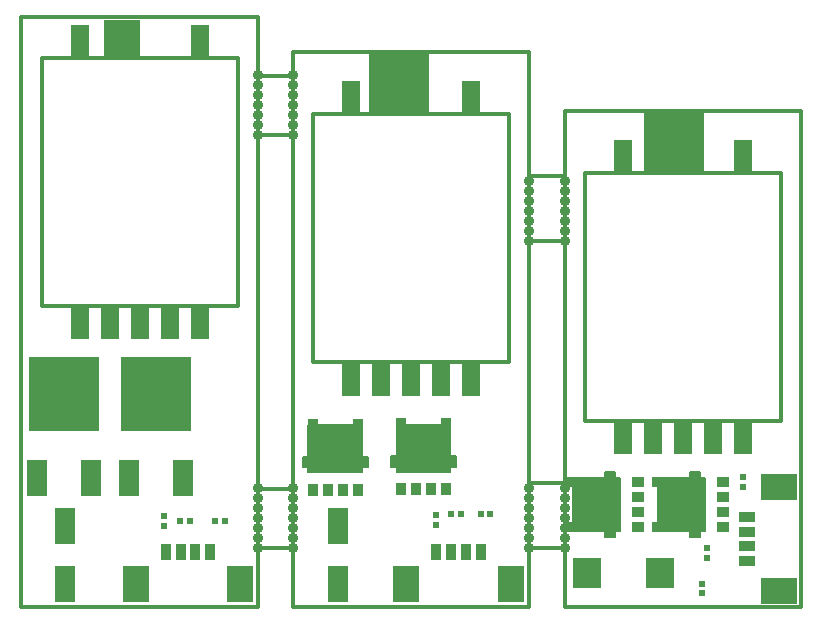
<source format=gbr>
%FSDAX33Y33*%
%MOMM*%
%SFA1.000B1.000*%

%MIA0B0*%
%IPPOS*%
%ADD296C,0.30000*%
%ADD298C,0.90100*%
%ADD337R,0.60001X0.60001*%
%ADD338R,1.70008X3.10013*%
%ADD339R,5.89997X6.30002*%
%ADD340R,0.89998X1.40011*%
%ADD341R,2.20021X3.10013*%
%ADD342R,1.50018X2.85020*%
%ADD343R,0.85020X1.10014*%
%ADD344R,5.10013X5.10013*%
%ADD345R,1.40011X0.89998*%
%ADD346R,3.10013X2.20021*%
%ADD347R,1.10014X0.85020*%
%ADD348R,3.10013X3.10013*%
%ADD349R,2.47021X2.53016*%
%ADD350C,0.50110*%
%ADD351C,0.70110*%
%ADD443C,0.80110*%
%ADD447C,0.15018*%
%LNCK-NE*%
%LPD*%
G54D337*
X030838Y006900D03*
X030838Y007700D03*
X035938Y007310D03*
X035138Y007310D03*
X032988Y007300D03*
X032188Y007300D03*
X053819Y007003D03*
X053819Y007803D03*
X055944Y007898D03*
X055144Y007898D03*
X058441Y007893D03*
X057641Y007893D03*
X076338Y002000D03*
X076338Y001200D03*
X076788Y004200D03*
X076788Y005000D03*
X079833Y011018D03*
X079833Y010218D03*
G54D338*
X032423Y010920D03*
X027853Y010920D03*
X024633Y010920D03*
X020063Y010920D03*
X022438Y006850D03*
X022438Y001950D03*
X045538Y006850D03*
X045538Y001950D03*
G54D339*
X030138Y018100D03*
X022348Y018100D03*
G54D340*
X030963Y004700D03*
X032213Y004700D03*
X033463Y004700D03*
X034713Y004700D03*
X053881Y004703D03*
X055131Y004703D03*
X056381Y004703D03*
X057631Y004703D03*
G54D341*
X037263Y001975D03*
X028413Y001975D03*
X060181Y001978D03*
X051331Y001978D03*
G54D342*
X023678Y024140D03*
X026218Y024140D03*
X028758Y024140D03*
X031298Y024140D03*
X033838Y024140D03*
X033838Y047890D03*
X023678Y047890D03*
X046653Y019375D03*
X049193Y019375D03*
X051733Y019375D03*
X054273Y019375D03*
X056813Y019375D03*
X056813Y043125D03*
X046653Y043125D03*
X069678Y014420D03*
X072218Y014420D03*
X074758Y014420D03*
X077298Y014420D03*
X079838Y014420D03*
X079838Y038170D03*
X069678Y038170D03*
G54D343*
X043399Y009978D03*
X044669Y009978D03*
X045939Y009978D03*
X047209Y009978D03*
X047209Y015473D03*
X043399Y015473D03*
X050863Y010005D03*
X052133Y010005D03*
X053403Y010005D03*
X054673Y010005D03*
X054673Y015500D03*
X050863Y015500D03*
G54D344*
X050738Y044300D03*
X074028Y039300D03*
G54D345*
X080148Y003915D03*
X080148Y005165D03*
X080148Y006415D03*
X080148Y007665D03*
G54D346*
X082873Y010215D03*
X082873Y001365D03*
G54D347*
X070943Y006835D03*
X070943Y008105D03*
X070943Y009375D03*
X070943Y010645D03*
X065448Y010645D03*
X065448Y006835D03*
X078133Y006805D03*
X078133Y008075D03*
X078133Y009345D03*
X078133Y010615D03*
X072638Y010615D03*
X072638Y006805D03*
G54D348*
X027238Y048190D03*
G54D349*
X066598Y002900D03*
X072838Y002900D03*
G54D350*
X041738Y042530D03*
X038738Y042530D03*
X041738Y043380D03*
X038738Y043380D03*
X041738Y041700D03*
X038738Y041700D03*
X041738Y040850D03*
X038738Y040850D03*
X041738Y040000D03*
X038738Y040000D03*
X041738Y044230D03*
X038738Y044230D03*
X041738Y045080D03*
X038738Y045080D03*
X041738Y007530D03*
X038738Y007530D03*
X041738Y008380D03*
X038738Y008380D03*
X041738Y006700D03*
X038738Y006700D03*
X041738Y005850D03*
X038738Y005850D03*
X041738Y005000D03*
X038738Y005000D03*
X041738Y009230D03*
X038738Y009230D03*
X041738Y010080D03*
X038738Y010080D03*
X064738Y007530D03*
X061738Y007530D03*
X064738Y008380D03*
X061738Y008380D03*
X064738Y006700D03*
X061738Y006700D03*
X064738Y005850D03*
X061738Y005850D03*
X064738Y005000D03*
X061738Y005000D03*
X064738Y009230D03*
X061738Y009230D03*
X064738Y010080D03*
X061738Y010080D03*
X064738Y033530D03*
X061738Y033530D03*
X064738Y034380D03*
X061738Y034380D03*
X064738Y032700D03*
X061738Y032700D03*
X064738Y031850D03*
X061738Y031850D03*
X064738Y031000D03*
X061738Y031000D03*
X064738Y035230D03*
X061738Y035230D03*
X064738Y036080D03*
X061738Y036080D03*
G54D351*
X041738Y042530D03*
X038738Y042530D03*
X041738Y043380D03*
X038738Y043380D03*
X041738Y041700D03*
X038738Y041700D03*
X041738Y040850D03*
X038738Y040850D03*
X041738Y040000D03*
X038738Y040000D03*
X041738Y044230D03*
X038738Y044230D03*
X041738Y045080D03*
X038738Y045080D03*
X041738Y007530D03*
X038738Y007530D03*
X041738Y008380D03*
X038738Y008380D03*
X041738Y006700D03*
X038738Y006700D03*
X041738Y005850D03*
X038738Y005850D03*
X041738Y005000D03*
X038738Y005000D03*
X041738Y009230D03*
X038738Y009230D03*
X041738Y010080D03*
X038738Y010080D03*
X064738Y007530D03*
X061738Y007530D03*
X064738Y008380D03*
X061738Y008380D03*
X064738Y006700D03*
X061738Y006700D03*
X064738Y005850D03*
X061738Y005850D03*
X064738Y005000D03*
X061738Y005000D03*
X064738Y009230D03*
X061738Y009230D03*
X064738Y010080D03*
X061738Y010080D03*
X064738Y033530D03*
X061738Y033530D03*
X064738Y034380D03*
X061738Y034380D03*
X064738Y032700D03*
X061738Y032700D03*
X064738Y031850D03*
X061738Y031850D03*
X064738Y031000D03*
X061738Y031000D03*
X064738Y035230D03*
X061738Y035230D03*
X064738Y036080D03*
X061738Y036080D03*
G54D443*
X041738Y042530D03*
X038738Y042530D03*
X041738Y043380D03*
X038738Y043380D03*
X041738Y041700D03*
X038738Y041700D03*
X041738Y040850D03*
X038738Y040850D03*
X041738Y040000D03*
X038738Y040000D03*
X041738Y044230D03*
X038738Y044230D03*
X041738Y045080D03*
X038738Y045080D03*
X041738Y007530D03*
X038738Y007530D03*
X041738Y008380D03*
X038738Y008380D03*
X041738Y006700D03*
X038738Y006700D03*
X041738Y005850D03*
X038738Y005850D03*
X041738Y005000D03*
X038738Y005000D03*
X041738Y009230D03*
X038738Y009230D03*
X041738Y010080D03*
X038738Y010080D03*
X064738Y007530D03*
X061738Y007530D03*
X064738Y008380D03*
X061738Y008380D03*
X064738Y006700D03*
X061738Y006700D03*
X064738Y005850D03*
X061738Y005850D03*
X064738Y005000D03*
X061738Y005000D03*
X064738Y009230D03*
X061738Y009230D03*
X064738Y010080D03*
X061738Y010080D03*
X064738Y033530D03*
X061738Y033530D03*
X064738Y034380D03*
X061738Y034380D03*
X064738Y032700D03*
X061738Y032700D03*
X064738Y031850D03*
X061738Y031850D03*
X064738Y031000D03*
X061738Y031000D03*
X064738Y035230D03*
X061738Y035230D03*
X064738Y036080D03*
X061738Y036080D03*
G54D298*
X041738Y042530D03*
X038738Y042530D03*
X041738Y043380D03*
X038738Y043380D03*
X041738Y041700D03*
X038738Y041700D03*
X041738Y040850D03*
X038738Y040850D03*
X041738Y040000D03*
X038738Y040000D03*
X041738Y044230D03*
X038738Y044230D03*
X041738Y045080D03*
X038738Y045080D03*
X041738Y007530D03*
X038738Y007530D03*
X041738Y008380D03*
X038738Y008380D03*
X041738Y006700D03*
X038738Y006700D03*
X041738Y005850D03*
X038738Y005850D03*
X041738Y005000D03*
X038738Y005000D03*
X041738Y009230D03*
X038738Y009230D03*
X041738Y010080D03*
X038738Y010080D03*
X064738Y007530D03*
X061738Y007530D03*
X064738Y008380D03*
X061738Y008380D03*
X064738Y006700D03*
X061738Y006700D03*
X064738Y005850D03*
X061738Y005850D03*
X064738Y005000D03*
X061738Y005000D03*
X064738Y009230D03*
X061738Y009230D03*
X064738Y010080D03*
X061738Y010080D03*
X064738Y033530D03*
X061738Y033530D03*
X064738Y034380D03*
X061738Y034380D03*
X064738Y032700D03*
X061738Y032700D03*
X064738Y031850D03*
X061738Y031850D03*
X064738Y031000D03*
X061738Y031000D03*
X064738Y035230D03*
X061738Y035230D03*
X064738Y036080D03*
X061738Y036080D03*
G54D447*
X047559Y015448D02*
G01X043049Y015448D01*
X043049Y011468D01*
X047559Y011468D01*
X047559Y015448D01*
X043054Y011468D02*
G01X043054Y015448D01*
X043104Y011468D02*
G01X043104Y015448D01*
X043154Y011468D02*
G01X043154Y015448D01*
X043204Y011468D02*
G01X043204Y015448D01*
X043254Y011468D02*
G01X043254Y015448D01*
X043304Y011468D02*
G01X043304Y015448D01*
X043354Y011468D02*
G01X043354Y015448D01*
X043404Y011468D02*
G01X043404Y015448D01*
X043454Y011468D02*
G01X043454Y015448D01*
X043504Y011468D02*
G01X043504Y015448D01*
X043554Y011468D02*
G01X043554Y015448D01*
X043604Y011468D02*
G01X043604Y015448D01*
X043654Y011468D02*
G01X043654Y015448D01*
X043704Y011468D02*
G01X043704Y015448D01*
X043754Y011468D02*
G01X043754Y015448D01*
X043804Y011468D02*
G01X043804Y015448D01*
X043854Y011468D02*
G01X043854Y015448D01*
X043904Y011468D02*
G01X043904Y015448D01*
X043954Y011468D02*
G01X043954Y015448D01*
X044004Y011468D02*
G01X044004Y015448D01*
X044054Y011468D02*
G01X044054Y015448D01*
X044104Y011468D02*
G01X044104Y015448D01*
X044154Y011468D02*
G01X044154Y015448D01*
X044204Y011468D02*
G01X044204Y015448D01*
X044254Y011468D02*
G01X044254Y015448D01*
X044304Y011468D02*
G01X044304Y015448D01*
X044354Y011468D02*
G01X044354Y015448D01*
X044404Y011468D02*
G01X044404Y015448D01*
X044454Y011468D02*
G01X044454Y015448D01*
X044504Y011468D02*
G01X044504Y015448D01*
X044554Y011468D02*
G01X044554Y015448D01*
X044604Y011468D02*
G01X044604Y015448D01*
X044654Y011468D02*
G01X044654Y015448D01*
X044704Y011468D02*
G01X044704Y015448D01*
X044754Y011468D02*
G01X044754Y015448D01*
X044804Y011468D02*
G01X044804Y015448D01*
X044854Y011468D02*
G01X044854Y015448D01*
X044904Y011468D02*
G01X044904Y015448D01*
X044954Y011468D02*
G01X044954Y015448D01*
X045004Y011468D02*
G01X045004Y015448D01*
X045054Y011468D02*
G01X045054Y015448D01*
X045104Y011468D02*
G01X045104Y015448D01*
X045154Y011468D02*
G01X045154Y015448D01*
X045204Y011468D02*
G01X045204Y015448D01*
X045254Y011468D02*
G01X045254Y015448D01*
X045304Y011468D02*
G01X045304Y015448D01*
X045354Y011468D02*
G01X045354Y015448D01*
X045404Y011468D02*
G01X045404Y015448D01*
X045454Y011468D02*
G01X045454Y015448D01*
X045504Y011468D02*
G01X045504Y015448D01*
X045554Y011468D02*
G01X045554Y015448D01*
X045604Y011468D02*
G01X045604Y015448D01*
X045654Y011468D02*
G01X045654Y015448D01*
X045704Y011468D02*
G01X045704Y015448D01*
X045754Y011468D02*
G01X045754Y015448D01*
X045804Y011468D02*
G01X045804Y015448D01*
X045854Y011468D02*
G01X045854Y015448D01*
X045904Y011468D02*
G01X045904Y015448D01*
X045954Y011468D02*
G01X045954Y015448D01*
X046004Y011468D02*
G01X046004Y015448D01*
X046054Y011468D02*
G01X046054Y015448D01*
X046104Y011468D02*
G01X046104Y015448D01*
X046154Y011468D02*
G01X046154Y015448D01*
X046204Y011468D02*
G01X046204Y015448D01*
X046254Y011468D02*
G01X046254Y015448D01*
X046304Y011468D02*
G01X046304Y015448D01*
X046354Y011468D02*
G01X046354Y015448D01*
X046404Y011468D02*
G01X046404Y015448D01*
X046454Y011468D02*
G01X046454Y015448D01*
X046504Y011468D02*
G01X046504Y015448D01*
X046554Y011468D02*
G01X046554Y015448D01*
X046604Y011468D02*
G01X046604Y015448D01*
X046654Y011468D02*
G01X046654Y015448D01*
X046704Y011468D02*
G01X046704Y015448D01*
X046754Y011468D02*
G01X046754Y015448D01*
X046804Y011468D02*
G01X046804Y015448D01*
X046854Y011468D02*
G01X046854Y015448D01*
X046904Y011468D02*
G01X046904Y015448D01*
X046954Y011468D02*
G01X046954Y015448D01*
X047004Y011468D02*
G01X047004Y015448D01*
X047054Y011468D02*
G01X047054Y015448D01*
X047104Y011468D02*
G01X047104Y015448D01*
X047154Y011468D02*
G01X047154Y015448D01*
X047204Y011468D02*
G01X047204Y015448D01*
X047254Y011468D02*
G01X047254Y015448D01*
X047304Y011468D02*
G01X047304Y015448D01*
X047354Y011468D02*
G01X047354Y015448D01*
X047404Y011468D02*
G01X047404Y015448D01*
X047454Y011468D02*
G01X047454Y015448D01*
X047504Y011468D02*
G01X047504Y015448D01*
X047554Y011468D02*
G01X047554Y015448D01*
X048054Y012748D02*
G01X042554Y012748D01*
X042554Y011893D01*
X048054Y011893D01*
X048054Y012748D01*
X042554Y011893D02*
G01X042554Y012748D01*
X042604Y011893D02*
G01X042604Y012748D01*
X042654Y011893D02*
G01X042654Y012748D01*
X042704Y011893D02*
G01X042704Y012748D01*
X042754Y011893D02*
G01X042754Y012748D01*
X042804Y011893D02*
G01X042804Y012748D01*
X042854Y011893D02*
G01X042854Y012748D01*
X042904Y011893D02*
G01X042904Y012748D01*
X042954Y011893D02*
G01X042954Y012748D01*
X043004Y011893D02*
G01X043004Y012748D01*
X043054Y011893D02*
G01X043054Y012748D01*
X043104Y011893D02*
G01X043104Y012748D01*
X043154Y011893D02*
G01X043154Y012748D01*
X043204Y011893D02*
G01X043204Y012748D01*
X043254Y011893D02*
G01X043254Y012748D01*
X043304Y011893D02*
G01X043304Y012748D01*
X043354Y011893D02*
G01X043354Y012748D01*
X043404Y011893D02*
G01X043404Y012748D01*
X043454Y011893D02*
G01X043454Y012748D01*
X043504Y011893D02*
G01X043504Y012748D01*
X043554Y011893D02*
G01X043554Y012748D01*
X043604Y011893D02*
G01X043604Y012748D01*
X043654Y011893D02*
G01X043654Y012748D01*
X043704Y011893D02*
G01X043704Y012748D01*
X043754Y011893D02*
G01X043754Y012748D01*
X043804Y011893D02*
G01X043804Y012748D01*
X043854Y011893D02*
G01X043854Y012748D01*
X043904Y011893D02*
G01X043904Y012748D01*
X043954Y011893D02*
G01X043954Y012748D01*
X044004Y011893D02*
G01X044004Y012748D01*
X044054Y011893D02*
G01X044054Y012748D01*
X044104Y011893D02*
G01X044104Y012748D01*
X044154Y011893D02*
G01X044154Y012748D01*
X044204Y011893D02*
G01X044204Y012748D01*
X044254Y011893D02*
G01X044254Y012748D01*
X044304Y011893D02*
G01X044304Y012748D01*
X044354Y011893D02*
G01X044354Y012748D01*
X044404Y011893D02*
G01X044404Y012748D01*
X044454Y011893D02*
G01X044454Y012748D01*
X044504Y011893D02*
G01X044504Y012748D01*
X044554Y011893D02*
G01X044554Y012748D01*
X044604Y011893D02*
G01X044604Y012748D01*
X044654Y011893D02*
G01X044654Y012748D01*
X044704Y011893D02*
G01X044704Y012748D01*
X044754Y011893D02*
G01X044754Y012748D01*
X044804Y011893D02*
G01X044804Y012748D01*
X044854Y011893D02*
G01X044854Y012748D01*
X044904Y011893D02*
G01X044904Y012748D01*
X044954Y011893D02*
G01X044954Y012748D01*
X045004Y011893D02*
G01X045004Y012748D01*
X045054Y011893D02*
G01X045054Y012748D01*
X045104Y011893D02*
G01X045104Y012748D01*
X045154Y011893D02*
G01X045154Y012748D01*
X045204Y011893D02*
G01X045204Y012748D01*
X045254Y011893D02*
G01X045254Y012748D01*
X045304Y011893D02*
G01X045304Y012748D01*
X045354Y011893D02*
G01X045354Y012748D01*
X045404Y011893D02*
G01X045404Y012748D01*
X045454Y011893D02*
G01X045454Y012748D01*
X045504Y011893D02*
G01X045504Y012748D01*
X045554Y011893D02*
G01X045554Y012748D01*
X045604Y011893D02*
G01X045604Y012748D01*
X045654Y011893D02*
G01X045654Y012748D01*
X045704Y011893D02*
G01X045704Y012748D01*
X045754Y011893D02*
G01X045754Y012748D01*
X045804Y011893D02*
G01X045804Y012748D01*
X045854Y011893D02*
G01X045854Y012748D01*
X045904Y011893D02*
G01X045904Y012748D01*
X045954Y011893D02*
G01X045954Y012748D01*
X046004Y011893D02*
G01X046004Y012748D01*
X046054Y011893D02*
G01X046054Y012748D01*
X046104Y011893D02*
G01X046104Y012748D01*
X046154Y011893D02*
G01X046154Y012748D01*
X046204Y011893D02*
G01X046204Y012748D01*
X046254Y011893D02*
G01X046254Y012748D01*
X046304Y011893D02*
G01X046304Y012748D01*
X046354Y011893D02*
G01X046354Y012748D01*
X046404Y011893D02*
G01X046404Y012748D01*
X046454Y011893D02*
G01X046454Y012748D01*
X046504Y011893D02*
G01X046504Y012748D01*
X046554Y011893D02*
G01X046554Y012748D01*
X046604Y011893D02*
G01X046604Y012748D01*
X046654Y011893D02*
G01X046654Y012748D01*
X046704Y011893D02*
G01X046704Y012748D01*
X046754Y011893D02*
G01X046754Y012748D01*
X046804Y011893D02*
G01X046804Y012748D01*
X046854Y011893D02*
G01X046854Y012748D01*
X046904Y011893D02*
G01X046904Y012748D01*
X046954Y011893D02*
G01X046954Y012748D01*
X047004Y011893D02*
G01X047004Y012748D01*
X047054Y011893D02*
G01X047054Y012748D01*
X047104Y011893D02*
G01X047104Y012748D01*
X047154Y011893D02*
G01X047154Y012748D01*
X047204Y011893D02*
G01X047204Y012748D01*
X047254Y011893D02*
G01X047254Y012748D01*
X047304Y011893D02*
G01X047304Y012748D01*
X047354Y011893D02*
G01X047354Y012748D01*
X047404Y011893D02*
G01X047404Y012748D01*
X047454Y011893D02*
G01X047454Y012748D01*
X047504Y011893D02*
G01X047504Y012748D01*
X047554Y011893D02*
G01X047554Y012748D01*
X047604Y011893D02*
G01X047604Y012748D01*
X047654Y011893D02*
G01X047654Y012748D01*
X047704Y011893D02*
G01X047704Y012748D01*
X047754Y011893D02*
G01X047754Y012748D01*
X047804Y011893D02*
G01X047804Y012748D01*
X047854Y011893D02*
G01X047854Y012748D01*
X047904Y011893D02*
G01X047904Y012748D01*
X047954Y011893D02*
G01X047954Y012748D01*
X048004Y011893D02*
G01X048004Y012748D01*
X055023Y015475D02*
G01X050513Y015475D01*
X050513Y011495D01*
X055023Y011495D01*
X055023Y015475D01*
X050518Y011495D02*
G01X050518Y015475D01*
X050568Y011495D02*
G01X050568Y015475D01*
X050618Y011495D02*
G01X050618Y015475D01*
X050668Y011495D02*
G01X050668Y015475D01*
X050718Y011495D02*
G01X050718Y015475D01*
X050768Y011495D02*
G01X050768Y015475D01*
X050818Y011495D02*
G01X050818Y015475D01*
X050868Y011495D02*
G01X050868Y015475D01*
X050918Y011495D02*
G01X050918Y015475D01*
X050968Y011495D02*
G01X050968Y015475D01*
X051018Y011495D02*
G01X051018Y015475D01*
X051068Y011495D02*
G01X051068Y015475D01*
X051118Y011495D02*
G01X051118Y015475D01*
X051168Y011495D02*
G01X051168Y015475D01*
X051218Y011495D02*
G01X051218Y015475D01*
X051268Y011495D02*
G01X051268Y015475D01*
X051318Y011495D02*
G01X051318Y015475D01*
X051368Y011495D02*
G01X051368Y015475D01*
X051418Y011495D02*
G01X051418Y015475D01*
X051468Y011495D02*
G01X051468Y015475D01*
X051518Y011495D02*
G01X051518Y015475D01*
X051568Y011495D02*
G01X051568Y015475D01*
X051618Y011495D02*
G01X051618Y015475D01*
X051668Y011495D02*
G01X051668Y015475D01*
X051718Y011495D02*
G01X051718Y015475D01*
X051768Y011495D02*
G01X051768Y015475D01*
X051818Y011495D02*
G01X051818Y015475D01*
X051868Y011495D02*
G01X051868Y015475D01*
X051918Y011495D02*
G01X051918Y015475D01*
X051968Y011495D02*
G01X051968Y015475D01*
X052018Y011495D02*
G01X052018Y015475D01*
X052068Y011495D02*
G01X052068Y015475D01*
X052118Y011495D02*
G01X052118Y015475D01*
X052168Y011495D02*
G01X052168Y015475D01*
X052218Y011495D02*
G01X052218Y015475D01*
X052268Y011495D02*
G01X052268Y015475D01*
X052318Y011495D02*
G01X052318Y015475D01*
X052368Y011495D02*
G01X052368Y015475D01*
X052418Y011495D02*
G01X052418Y015475D01*
X052468Y011495D02*
G01X052468Y015475D01*
X052518Y011495D02*
G01X052518Y015475D01*
X052568Y011495D02*
G01X052568Y015475D01*
X052618Y011495D02*
G01X052618Y015475D01*
X052668Y011495D02*
G01X052668Y015475D01*
X052718Y011495D02*
G01X052718Y015475D01*
X052768Y011495D02*
G01X052768Y015475D01*
X052818Y011495D02*
G01X052818Y015475D01*
X052868Y011495D02*
G01X052868Y015475D01*
X052918Y011495D02*
G01X052918Y015475D01*
X052968Y011495D02*
G01X052968Y015475D01*
X053018Y011495D02*
G01X053018Y015475D01*
X053068Y011495D02*
G01X053068Y015475D01*
X053118Y011495D02*
G01X053118Y015475D01*
X053168Y011495D02*
G01X053168Y015475D01*
X053218Y011495D02*
G01X053218Y015475D01*
X053268Y011495D02*
G01X053268Y015475D01*
X053318Y011495D02*
G01X053318Y015475D01*
X053368Y011495D02*
G01X053368Y015475D01*
X053418Y011495D02*
G01X053418Y015475D01*
X053468Y011495D02*
G01X053468Y015475D01*
X053518Y011495D02*
G01X053518Y015475D01*
X053568Y011495D02*
G01X053568Y015475D01*
X053618Y011495D02*
G01X053618Y015475D01*
X053668Y011495D02*
G01X053668Y015475D01*
X053718Y011495D02*
G01X053718Y015475D01*
X053768Y011495D02*
G01X053768Y015475D01*
X053818Y011495D02*
G01X053818Y015475D01*
X053868Y011495D02*
G01X053868Y015475D01*
X053918Y011495D02*
G01X053918Y015475D01*
X053968Y011495D02*
G01X053968Y015475D01*
X054018Y011495D02*
G01X054018Y015475D01*
X054068Y011495D02*
G01X054068Y015475D01*
X054118Y011495D02*
G01X054118Y015475D01*
X054168Y011495D02*
G01X054168Y015475D01*
X054218Y011495D02*
G01X054218Y015475D01*
X054268Y011495D02*
G01X054268Y015475D01*
X054318Y011495D02*
G01X054318Y015475D01*
X054368Y011495D02*
G01X054368Y015475D01*
X054418Y011495D02*
G01X054418Y015475D01*
X054468Y011495D02*
G01X054468Y015475D01*
X054518Y011495D02*
G01X054518Y015475D01*
X054568Y011495D02*
G01X054568Y015475D01*
X054618Y011495D02*
G01X054618Y015475D01*
X054668Y011495D02*
G01X054668Y015475D01*
X054718Y011495D02*
G01X054718Y015475D01*
X054768Y011495D02*
G01X054768Y015475D01*
X054818Y011495D02*
G01X054818Y015475D01*
X054868Y011495D02*
G01X054868Y015475D01*
X054918Y011495D02*
G01X054918Y015475D01*
X054968Y011495D02*
G01X054968Y015475D01*
X055018Y011495D02*
G01X055018Y015475D01*
X055518Y012775D02*
G01X050018Y012775D01*
X050018Y011920D01*
X055518Y011920D01*
X055518Y012775D01*
X050018Y011920D02*
G01X050018Y012775D01*
X050068Y011920D02*
G01X050068Y012775D01*
X050118Y011920D02*
G01X050118Y012775D01*
X050168Y011920D02*
G01X050168Y012775D01*
X050218Y011920D02*
G01X050218Y012775D01*
X050268Y011920D02*
G01X050268Y012775D01*
X050318Y011920D02*
G01X050318Y012775D01*
X050368Y011920D02*
G01X050368Y012775D01*
X050418Y011920D02*
G01X050418Y012775D01*
X050468Y011920D02*
G01X050468Y012775D01*
X050518Y011920D02*
G01X050518Y012775D01*
X050568Y011920D02*
G01X050568Y012775D01*
X050618Y011920D02*
G01X050618Y012775D01*
X050668Y011920D02*
G01X050668Y012775D01*
X050718Y011920D02*
G01X050718Y012775D01*
X050768Y011920D02*
G01X050768Y012775D01*
X050818Y011920D02*
G01X050818Y012775D01*
X050868Y011920D02*
G01X050868Y012775D01*
X050918Y011920D02*
G01X050918Y012775D01*
X050968Y011920D02*
G01X050968Y012775D01*
X051018Y011920D02*
G01X051018Y012775D01*
X051068Y011920D02*
G01X051068Y012775D01*
X051118Y011920D02*
G01X051118Y012775D01*
X051168Y011920D02*
G01X051168Y012775D01*
X051218Y011920D02*
G01X051218Y012775D01*
X051268Y011920D02*
G01X051268Y012775D01*
X051318Y011920D02*
G01X051318Y012775D01*
X051368Y011920D02*
G01X051368Y012775D01*
X051418Y011920D02*
G01X051418Y012775D01*
X051468Y011920D02*
G01X051468Y012775D01*
X051518Y011920D02*
G01X051518Y012775D01*
X051568Y011920D02*
G01X051568Y012775D01*
X051618Y011920D02*
G01X051618Y012775D01*
X051668Y011920D02*
G01X051668Y012775D01*
X051718Y011920D02*
G01X051718Y012775D01*
X051768Y011920D02*
G01X051768Y012775D01*
X051818Y011920D02*
G01X051818Y012775D01*
X051868Y011920D02*
G01X051868Y012775D01*
X051918Y011920D02*
G01X051918Y012775D01*
X051968Y011920D02*
G01X051968Y012775D01*
X052018Y011920D02*
G01X052018Y012775D01*
X052068Y011920D02*
G01X052068Y012775D01*
X052118Y011920D02*
G01X052118Y012775D01*
X052168Y011920D02*
G01X052168Y012775D01*
X052218Y011920D02*
G01X052218Y012775D01*
X052268Y011920D02*
G01X052268Y012775D01*
X052318Y011920D02*
G01X052318Y012775D01*
X052368Y011920D02*
G01X052368Y012775D01*
X052418Y011920D02*
G01X052418Y012775D01*
X052468Y011920D02*
G01X052468Y012775D01*
X052518Y011920D02*
G01X052518Y012775D01*
X052568Y011920D02*
G01X052568Y012775D01*
X052618Y011920D02*
G01X052618Y012775D01*
X052668Y011920D02*
G01X052668Y012775D01*
X052718Y011920D02*
G01X052718Y012775D01*
X052768Y011920D02*
G01X052768Y012775D01*
X052818Y011920D02*
G01X052818Y012775D01*
X052868Y011920D02*
G01X052868Y012775D01*
X052918Y011920D02*
G01X052918Y012775D01*
X052968Y011920D02*
G01X052968Y012775D01*
X053018Y011920D02*
G01X053018Y012775D01*
X053068Y011920D02*
G01X053068Y012775D01*
X053118Y011920D02*
G01X053118Y012775D01*
X053168Y011920D02*
G01X053168Y012775D01*
X053218Y011920D02*
G01X053218Y012775D01*
X053268Y011920D02*
G01X053268Y012775D01*
X053318Y011920D02*
G01X053318Y012775D01*
X053368Y011920D02*
G01X053368Y012775D01*
X053418Y011920D02*
G01X053418Y012775D01*
X053468Y011920D02*
G01X053468Y012775D01*
X053518Y011920D02*
G01X053518Y012775D01*
X053568Y011920D02*
G01X053568Y012775D01*
X053618Y011920D02*
G01X053618Y012775D01*
X053668Y011920D02*
G01X053668Y012775D01*
X053718Y011920D02*
G01X053718Y012775D01*
X053768Y011920D02*
G01X053768Y012775D01*
X053818Y011920D02*
G01X053818Y012775D01*
X053868Y011920D02*
G01X053868Y012775D01*
X053918Y011920D02*
G01X053918Y012775D01*
X053968Y011920D02*
G01X053968Y012775D01*
X054018Y011920D02*
G01X054018Y012775D01*
X054068Y011920D02*
G01X054068Y012775D01*
X054118Y011920D02*
G01X054118Y012775D01*
X054168Y011920D02*
G01X054168Y012775D01*
X054218Y011920D02*
G01X054218Y012775D01*
X054268Y011920D02*
G01X054268Y012775D01*
X054318Y011920D02*
G01X054318Y012775D01*
X054368Y011920D02*
G01X054368Y012775D01*
X054418Y011920D02*
G01X054418Y012775D01*
X054468Y011920D02*
G01X054468Y012775D01*
X054518Y011920D02*
G01X054518Y012775D01*
X054568Y011920D02*
G01X054568Y012775D01*
X054618Y011920D02*
G01X054618Y012775D01*
X054668Y011920D02*
G01X054668Y012775D01*
X054718Y011920D02*
G01X054718Y012775D01*
X054768Y011920D02*
G01X054768Y012775D01*
X054818Y011920D02*
G01X054818Y012775D01*
X054868Y011920D02*
G01X054868Y012775D01*
X054918Y011920D02*
G01X054918Y012775D01*
X054968Y011920D02*
G01X054968Y012775D01*
X055018Y011920D02*
G01X055018Y012775D01*
X055068Y011920D02*
G01X055068Y012775D01*
X055118Y011920D02*
G01X055118Y012775D01*
X055168Y011920D02*
G01X055168Y012775D01*
X055218Y011920D02*
G01X055218Y012775D01*
X055268Y011920D02*
G01X055268Y012775D01*
X055318Y011920D02*
G01X055318Y012775D01*
X055368Y011920D02*
G01X055368Y012775D01*
X055418Y011920D02*
G01X055418Y012775D01*
X055468Y011920D02*
G01X055468Y012775D01*
X065473Y010995D02*
G01X065473Y006485D01*
X069453Y006485D01*
X069453Y010995D01*
X065473Y010995D01*
X065498Y006485D02*
G01X065498Y010995D01*
X065548Y006485D02*
G01X065548Y010995D01*
X065598Y006485D02*
G01X065598Y010995D01*
X065648Y006485D02*
G01X065648Y010995D01*
X065698Y006485D02*
G01X065698Y010995D01*
X065748Y006485D02*
G01X065748Y010995D01*
X065798Y006485D02*
G01X065798Y010995D01*
X065848Y006485D02*
G01X065848Y010995D01*
X065898Y006485D02*
G01X065898Y010995D01*
X065948Y006485D02*
G01X065948Y010995D01*
X065998Y006485D02*
G01X065998Y010995D01*
X066048Y006485D02*
G01X066048Y010995D01*
X066098Y006485D02*
G01X066098Y010995D01*
X066148Y006485D02*
G01X066148Y010995D01*
X066198Y006485D02*
G01X066198Y010995D01*
X066248Y006485D02*
G01X066248Y010995D01*
X066298Y006485D02*
G01X066298Y010995D01*
X066348Y006485D02*
G01X066348Y010995D01*
X066398Y006485D02*
G01X066398Y010995D01*
X066448Y006485D02*
G01X066448Y010995D01*
X066498Y006485D02*
G01X066498Y010995D01*
X066548Y006485D02*
G01X066548Y010995D01*
X066598Y006485D02*
G01X066598Y010995D01*
X066648Y006485D02*
G01X066648Y010995D01*
X066698Y006485D02*
G01X066698Y010995D01*
X066748Y006485D02*
G01X066748Y010995D01*
X066798Y006485D02*
G01X066798Y010995D01*
X066848Y006485D02*
G01X066848Y010995D01*
X066898Y006485D02*
G01X066898Y010995D01*
X066948Y006485D02*
G01X066948Y010995D01*
X066998Y006485D02*
G01X066998Y010995D01*
X067048Y006485D02*
G01X067048Y010995D01*
X067098Y006485D02*
G01X067098Y010995D01*
X067148Y006485D02*
G01X067148Y010995D01*
X067198Y006485D02*
G01X067198Y010995D01*
X067248Y006485D02*
G01X067248Y010995D01*
X067298Y006485D02*
G01X067298Y010995D01*
X067348Y006485D02*
G01X067348Y010995D01*
X067398Y006485D02*
G01X067398Y010995D01*
X067448Y006485D02*
G01X067448Y010995D01*
X067498Y006485D02*
G01X067498Y010995D01*
X067548Y006485D02*
G01X067548Y010995D01*
X067598Y006485D02*
G01X067598Y010995D01*
X067648Y006485D02*
G01X067648Y010995D01*
X067698Y006485D02*
G01X067698Y010995D01*
X067748Y006485D02*
G01X067748Y010995D01*
X067798Y006485D02*
G01X067798Y010995D01*
X067848Y006485D02*
G01X067848Y010995D01*
X067898Y006485D02*
G01X067898Y010995D01*
X067948Y006485D02*
G01X067948Y010995D01*
X067998Y006485D02*
G01X067998Y010995D01*
X068048Y006485D02*
G01X068048Y010995D01*
X068098Y006485D02*
G01X068098Y010995D01*
X068148Y006485D02*
G01X068148Y010995D01*
X068198Y006485D02*
G01X068198Y010995D01*
X068248Y006485D02*
G01X068248Y010995D01*
X068298Y006485D02*
G01X068298Y010995D01*
X068348Y006485D02*
G01X068348Y010995D01*
X068398Y006485D02*
G01X068398Y010995D01*
X068448Y006485D02*
G01X068448Y010995D01*
X068498Y006485D02*
G01X068498Y010995D01*
X068548Y006485D02*
G01X068548Y010995D01*
X068598Y006485D02*
G01X068598Y010995D01*
X068648Y006485D02*
G01X068648Y010995D01*
X068698Y006485D02*
G01X068698Y010995D01*
X068748Y006485D02*
G01X068748Y010995D01*
X068798Y006485D02*
G01X068798Y010995D01*
X068848Y006485D02*
G01X068848Y010995D01*
X068898Y006485D02*
G01X068898Y010995D01*
X068948Y006485D02*
G01X068948Y010995D01*
X068998Y006485D02*
G01X068998Y010995D01*
X069048Y006485D02*
G01X069048Y010995D01*
X069098Y006485D02*
G01X069098Y010995D01*
X069148Y006485D02*
G01X069148Y010995D01*
X069198Y006485D02*
G01X069198Y010995D01*
X069248Y006485D02*
G01X069248Y010995D01*
X069298Y006485D02*
G01X069298Y010995D01*
X069348Y006485D02*
G01X069348Y010995D01*
X069398Y006485D02*
G01X069398Y010995D01*
X069448Y006485D02*
G01X069448Y010995D01*
X068173Y011490D02*
G01X068173Y005990D01*
X069028Y005990D01*
X069028Y011490D01*
X068173Y011490D01*
X068198Y005990D02*
G01X068198Y011490D01*
X068248Y005990D02*
G01X068248Y011490D01*
X068298Y005990D02*
G01X068298Y011490D01*
X068348Y005990D02*
G01X068348Y011490D01*
X068398Y005990D02*
G01X068398Y011490D01*
X068448Y005990D02*
G01X068448Y011490D01*
X068498Y005990D02*
G01X068498Y011490D01*
X068548Y005990D02*
G01X068548Y011490D01*
X068598Y005990D02*
G01X068598Y011490D01*
X068648Y005990D02*
G01X068648Y011490D01*
X068698Y005990D02*
G01X068698Y011490D01*
X068748Y005990D02*
G01X068748Y011490D01*
X068798Y005990D02*
G01X068798Y011490D01*
X068848Y005990D02*
G01X068848Y011490D01*
X068898Y005990D02*
G01X068898Y011490D01*
X068948Y005990D02*
G01X068948Y011490D01*
X068998Y005990D02*
G01X068998Y011490D01*
X072663Y010965D02*
G01X072663Y006455D01*
X076643Y006455D01*
X076643Y010965D01*
X072663Y010965D01*
X072688Y006455D02*
G01X072688Y010965D01*
X072738Y006455D02*
G01X072738Y010965D01*
X072788Y006455D02*
G01X072788Y010965D01*
X072838Y006455D02*
G01X072838Y010965D01*
X072888Y006455D02*
G01X072888Y010965D01*
X072938Y006455D02*
G01X072938Y010965D01*
X072988Y006455D02*
G01X072988Y010965D01*
X073038Y006455D02*
G01X073038Y010965D01*
X073088Y006455D02*
G01X073088Y010965D01*
X073138Y006455D02*
G01X073138Y010965D01*
X073188Y006455D02*
G01X073188Y010965D01*
X073238Y006455D02*
G01X073238Y010965D01*
X073288Y006455D02*
G01X073288Y010965D01*
X073338Y006455D02*
G01X073338Y010965D01*
X073388Y006455D02*
G01X073388Y010965D01*
X073438Y006455D02*
G01X073438Y010965D01*
X073488Y006455D02*
G01X073488Y010965D01*
X073538Y006455D02*
G01X073538Y010965D01*
X073588Y006455D02*
G01X073588Y010965D01*
X073638Y006455D02*
G01X073638Y010965D01*
X073688Y006455D02*
G01X073688Y010965D01*
X073738Y006455D02*
G01X073738Y010965D01*
X073788Y006455D02*
G01X073788Y010965D01*
X073838Y006455D02*
G01X073838Y010965D01*
X073888Y006455D02*
G01X073888Y010965D01*
X073938Y006455D02*
G01X073938Y010965D01*
X073988Y006455D02*
G01X073988Y010965D01*
X074038Y006455D02*
G01X074038Y010965D01*
X074088Y006455D02*
G01X074088Y010965D01*
X074138Y006455D02*
G01X074138Y010965D01*
X074188Y006455D02*
G01X074188Y010965D01*
X074238Y006455D02*
G01X074238Y010965D01*
X074288Y006455D02*
G01X074288Y010965D01*
X074338Y006455D02*
G01X074338Y010965D01*
X074388Y006455D02*
G01X074388Y010965D01*
X074438Y006455D02*
G01X074438Y010965D01*
X074488Y006455D02*
G01X074488Y010965D01*
X074538Y006455D02*
G01X074538Y010965D01*
X074588Y006455D02*
G01X074588Y010965D01*
X074638Y006455D02*
G01X074638Y010965D01*
X074688Y006455D02*
G01X074688Y010965D01*
X074738Y006455D02*
G01X074738Y010965D01*
X074788Y006455D02*
G01X074788Y010965D01*
X074838Y006455D02*
G01X074838Y010965D01*
X074888Y006455D02*
G01X074888Y010965D01*
X074938Y006455D02*
G01X074938Y010965D01*
X074988Y006455D02*
G01X074988Y010965D01*
X075038Y006455D02*
G01X075038Y010965D01*
X075088Y006455D02*
G01X075088Y010965D01*
X075138Y006455D02*
G01X075138Y010965D01*
X075188Y006455D02*
G01X075188Y010965D01*
X075238Y006455D02*
G01X075238Y010965D01*
X075288Y006455D02*
G01X075288Y010965D01*
X075338Y006455D02*
G01X075338Y010965D01*
X075388Y006455D02*
G01X075388Y010965D01*
X075438Y006455D02*
G01X075438Y010965D01*
X075488Y006455D02*
G01X075488Y010965D01*
X075538Y006455D02*
G01X075538Y010965D01*
X075588Y006455D02*
G01X075588Y010965D01*
X075638Y006455D02*
G01X075638Y010965D01*
X075688Y006455D02*
G01X075688Y010965D01*
X075738Y006455D02*
G01X075738Y010965D01*
X075788Y006455D02*
G01X075788Y010965D01*
X075838Y006455D02*
G01X075838Y010965D01*
X075888Y006455D02*
G01X075888Y010965D01*
X075938Y006455D02*
G01X075938Y010965D01*
X075988Y006455D02*
G01X075988Y010965D01*
X076038Y006455D02*
G01X076038Y010965D01*
X076088Y006455D02*
G01X076088Y010965D01*
X076138Y006455D02*
G01X076138Y010965D01*
X076188Y006455D02*
G01X076188Y010965D01*
X076238Y006455D02*
G01X076238Y010965D01*
X076288Y006455D02*
G01X076288Y010965D01*
X076338Y006455D02*
G01X076338Y010965D01*
X076388Y006455D02*
G01X076388Y010965D01*
X076438Y006455D02*
G01X076438Y010965D01*
X076488Y006455D02*
G01X076488Y010965D01*
X076538Y006455D02*
G01X076538Y010965D01*
X076588Y006455D02*
G01X076588Y010965D01*
X076638Y006455D02*
G01X076638Y010965D01*
X075363Y011460D02*
G01X075363Y005960D01*
X076218Y005960D01*
X076218Y011460D01*
X075363Y011460D01*
X075388Y005960D02*
G01X075388Y011460D01*
X075438Y005960D02*
G01X075438Y011460D01*
X075488Y005960D02*
G01X075488Y011460D01*
X075538Y005960D02*
G01X075538Y011460D01*
X075588Y005960D02*
G01X075588Y011460D01*
X075638Y005960D02*
G01X075638Y011460D01*
X075688Y005960D02*
G01X075688Y011460D01*
X075738Y005960D02*
G01X075738Y011460D01*
X075788Y005960D02*
G01X075788Y011460D01*
X075838Y005960D02*
G01X075838Y011460D01*
X075888Y005960D02*
G01X075888Y011460D01*
X075938Y005960D02*
G01X075938Y011460D01*
X075988Y005960D02*
G01X075988Y011460D01*
X076038Y005960D02*
G01X076038Y011460D01*
X076088Y005960D02*
G01X076088Y011460D01*
X076138Y005960D02*
G01X076138Y011460D01*
X076188Y005960D02*
G01X076188Y011460D01*
G54D296*
X018738Y000000D02*
G01X038738Y000000D01*
X038738Y005000D01*
X041738Y005000D01*
X041738Y000000D01*
X061738Y000000D01*
X061738Y005000D01*
X064738Y005000D01*
X064738Y000000D01*
X084738Y000000D01*
X084738Y042000D01*
X064738Y042000D01*
X064738Y036500D01*
X061738Y036500D01*
X061738Y047000D01*
X041738Y047000D01*
X041738Y045000D01*
X038738Y045000D01*
X038738Y050000D01*
X018738Y050000D01*
X018738Y000000D01*
X038738Y040000D02*
G01X041738Y040000D01*
X041738Y010000D01*
X038738Y010000D01*
X038738Y040000D01*
X018738Y000000D02*
G01X038738Y000000D01*
X038738Y005000D01*
X041738Y005000D01*
X041738Y000000D01*
X061738Y000000D01*
X061738Y005000D01*
X064738Y005000D01*
X064738Y000000D01*
X084738Y000000D01*
X084738Y042000D01*
X064738Y042000D01*
X064738Y036500D01*
X061738Y036500D01*
X061738Y047000D01*
X041738Y047000D01*
X041738Y045000D01*
X038738Y045000D01*
X038738Y050000D01*
X018738Y050000D01*
X018738Y000000D01*
X038738Y040000D02*
G01X041738Y040000D01*
X041738Y010000D01*
X038738Y010000D01*
X038738Y040000D01*
X018738Y000000D02*
G01X038738Y000000D01*
X038738Y005000D01*
X041738Y005000D01*
X041738Y000000D01*
X061738Y000000D01*
X061738Y005000D01*
X064738Y005000D01*
X064738Y000000D01*
X084738Y000000D01*
X084738Y042000D01*
X064738Y042000D01*
X064738Y036500D01*
X061738Y036500D01*
X061738Y047000D01*
X041738Y047000D01*
X041738Y045000D01*
X038738Y045000D01*
X038738Y050000D01*
X018738Y050000D01*
X018738Y000000D01*
X038738Y040000D02*
G01X041738Y040000D01*
X041738Y010000D01*
X038738Y010000D01*
X038738Y040000D01*
X018738Y000000D02*
G01X038738Y000000D01*
X038738Y005000D01*
X041738Y005000D01*
X041738Y000000D01*
X061738Y000000D01*
X061738Y005000D01*
X064738Y005000D01*
X064738Y000000D01*
X084738Y000000D01*
X084738Y042000D01*
X064738Y042000D01*
X064738Y036500D01*
X061738Y036500D01*
X061738Y047000D01*
X041738Y047000D01*
X041738Y045000D01*
X038738Y045000D01*
X038738Y050000D01*
X018738Y050000D01*
X018738Y000000D01*
X038738Y040000D02*
G01X041738Y040000D01*
X041738Y010000D01*
X038738Y010000D01*
X038738Y040000D01*
X020458Y025515D02*
G01X037058Y025515D01*
X037058Y046515D01*
X020458Y046515D01*
X020458Y025515D01*
X018738Y000000D02*
G01X038738Y000000D01*
X038738Y005000D01*
X041738Y005000D01*
X041738Y000000D01*
X061738Y000000D01*
X061738Y005000D01*
X064738Y005000D01*
X064738Y000000D01*
X084738Y000000D01*
X084738Y042000D01*
X064738Y042000D01*
X064738Y036500D01*
X061738Y036500D01*
X061738Y047000D01*
X041738Y047000D01*
X041738Y045000D01*
X038738Y045000D01*
X038738Y050000D01*
X018738Y050000D01*
X018738Y000000D01*
X038738Y040000D02*
G01X041738Y040000D01*
X041738Y010000D01*
X038738Y010000D01*
X038738Y040000D01*
X043433Y020750D02*
G01X060033Y020750D01*
X060033Y041750D01*
X043433Y041750D01*
X043433Y020750D01*
X061738Y010500D02*
G01X064738Y010500D01*
X064738Y031000D01*
X061738Y031000D01*
X061738Y010500D01*
X061738Y010500D02*
G01X064738Y010500D01*
X064738Y031000D01*
X061738Y031000D01*
X061738Y010500D01*
X061738Y010500D02*
G01X064738Y010500D01*
X064738Y031000D01*
X061738Y031000D01*
X061738Y010500D01*
X061738Y010500D02*
G01X064738Y010500D01*
X064738Y031000D01*
X061738Y031000D01*
X061738Y010500D01*
X061738Y010500D02*
G01X064738Y010500D01*
X064738Y031000D01*
X061738Y031000D01*
X061738Y010500D01*
X066458Y015795D02*
G01X083058Y015795D01*
X083058Y036795D01*
X066458Y036795D01*
X066458Y015795D01*
X041738Y045380D02*
G01X041738Y039680D01*
X038738Y045380D02*
G01X038738Y039680D01*
X041738Y010380D02*
G01X041738Y004680D01*
X038738Y010380D02*
G01X038738Y004680D01*
X064738Y010380D02*
G01X064738Y004680D01*
X061738Y010380D02*
G01X061738Y004680D01*
X064738Y036380D02*
G01X064738Y030680D01*
X061738Y036380D02*
G01X061738Y030680D01*
M02*

</source>
